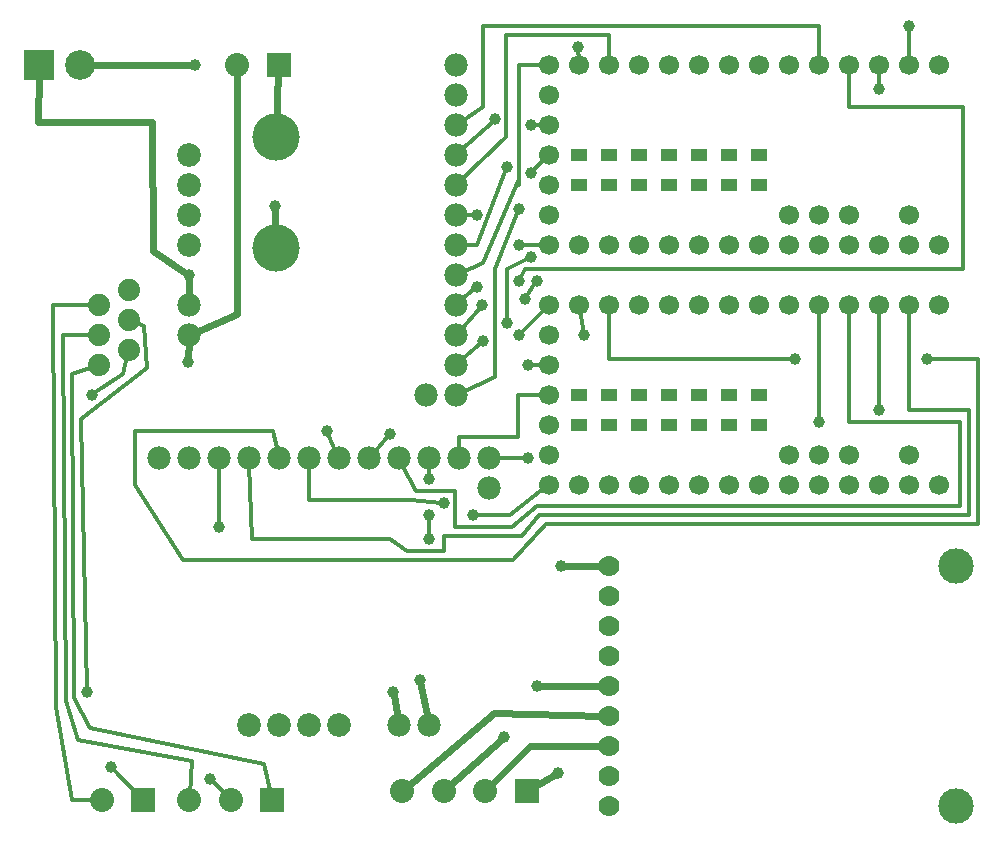
<source format=gbl>
G04 MADE WITH FRITZING*
G04 WWW.FRITZING.ORG*
G04 DOUBLE SIDED*
G04 HOLES PLATED*
G04 CONTOUR ON CENTER OF CONTOUR VECTOR*
%ASAXBY*%
%FSLAX23Y23*%
%MOIN*%
%OFA0B0*%
%SFA1.0B1.0*%
%ADD10C,0.039370*%
%ADD11C,0.070000*%
%ADD12C,0.118110*%
%ADD13C,0.080000*%
%ADD14C,0.157480*%
%ADD15C,0.074000*%
%ADD16C,0.079370*%
%ADD17C,0.066889*%
%ADD18C,0.082000*%
%ADD19C,0.078000*%
%ADD20C,0.099055*%
%ADD21R,0.080000X0.080000*%
%ADD22R,0.052264X0.039500*%
%ADD23R,0.082000X0.082000*%
%ADD24R,0.099055X0.099055*%
%ADD25C,0.024000*%
%ADD26C,0.012000*%
%LNCOPPER0*%
G90*
G70*
G54D10*
X1889Y228D03*
X1898Y920D03*
X1819Y518D03*
X1708Y348D03*
G54D11*
X2058Y118D03*
X2058Y218D03*
X2058Y318D03*
X2058Y418D03*
X2058Y518D03*
X2058Y618D03*
X2058Y718D03*
X2058Y818D03*
X2058Y918D03*
G54D12*
X3214Y918D03*
X3214Y118D03*
G54D13*
X1784Y168D03*
X1646Y168D03*
X1508Y168D03*
X1370Y168D03*
G54D10*
X1679Y2409D03*
X3058Y2718D03*
X1957Y2648D03*
X1758Y2108D03*
X1798Y2388D03*
X1719Y2249D03*
X1619Y2088D03*
X1758Y1988D03*
X1638Y1668D03*
X1719Y1729D03*
X1619Y1849D03*
X2958Y2508D03*
X1758Y1869D03*
X1818Y1869D03*
X2958Y1438D03*
X758Y1048D03*
X2758Y1398D03*
X1458Y1208D03*
X1458Y1089D03*
X1458Y1009D03*
X1789Y1278D03*
X1789Y1588D03*
X1607Y1089D03*
X1508Y1128D03*
X658Y1888D03*
X1428Y538D03*
X1339Y497D03*
X657Y1599D03*
X1329Y1360D03*
X1758Y1688D03*
X2678Y1610D03*
X3118Y1610D03*
X1977Y1688D03*
X1118Y1368D03*
G54D14*
X948Y2348D03*
X948Y1978D03*
G54D10*
X1798Y1949D03*
X1798Y2229D03*
X1637Y1788D03*
X1779Y1808D03*
X679Y2587D03*
X947Y2118D03*
G54D15*
X458Y1839D03*
X358Y1789D03*
X458Y1739D03*
X358Y1689D03*
X458Y1639D03*
X358Y1589D03*
G54D13*
X506Y138D03*
X368Y138D03*
X936Y138D03*
X798Y138D03*
X660Y138D03*
G54D16*
X858Y388D03*
X958Y388D03*
X1058Y388D03*
X1158Y388D03*
X658Y2288D03*
X658Y2188D03*
X658Y2088D03*
X658Y1988D03*
G54D17*
X1858Y1189D03*
X1958Y1189D03*
X2058Y1189D03*
X2158Y1189D03*
X2258Y1189D03*
X2358Y1189D03*
X2458Y1189D03*
X2558Y1189D03*
X2658Y1189D03*
X2758Y1189D03*
X2858Y1189D03*
X2958Y1189D03*
X3058Y1189D03*
X3158Y1189D03*
X3058Y1289D03*
X1858Y1789D03*
X1958Y1789D03*
X2058Y1789D03*
X2158Y1789D03*
X2258Y1789D03*
X2358Y1789D03*
X2458Y1789D03*
X2558Y1789D03*
X2658Y1789D03*
X2758Y1789D03*
X2858Y1789D03*
X2958Y1789D03*
X3058Y1789D03*
X3158Y1789D03*
X2758Y1289D03*
X2858Y1289D03*
X2658Y1289D03*
X1858Y1589D03*
X1858Y1689D03*
X1858Y1489D03*
X1858Y1289D03*
X1858Y1389D03*
X1858Y1989D03*
X1958Y1989D03*
X2058Y1989D03*
X2158Y1989D03*
X2258Y1989D03*
X2358Y1989D03*
X2458Y1989D03*
X2558Y1989D03*
X2658Y1989D03*
X2758Y1989D03*
X2858Y1989D03*
X2958Y1989D03*
X3058Y1989D03*
X3158Y1989D03*
X3058Y2089D03*
X1858Y2589D03*
X1958Y2589D03*
X2058Y2589D03*
X2158Y2589D03*
X2258Y2589D03*
X2358Y2589D03*
X2458Y2589D03*
X2558Y2589D03*
X2658Y2589D03*
X2758Y2589D03*
X2858Y2589D03*
X2958Y2589D03*
X3058Y2589D03*
X3158Y2589D03*
X2758Y2089D03*
X2858Y2089D03*
X2658Y2089D03*
X1858Y2389D03*
X1858Y2489D03*
X1858Y2289D03*
X1858Y2089D03*
X1858Y2189D03*
G54D13*
X958Y2588D03*
X820Y2588D03*
X958Y2588D03*
X820Y2588D03*
G54D18*
X948Y2348D03*
X948Y1981D03*
X948Y2348D03*
X948Y1981D03*
G54D19*
X558Y1278D03*
X658Y1278D03*
X758Y1278D03*
X858Y1278D03*
X958Y1278D03*
X1058Y1278D03*
X1158Y1278D03*
X1258Y1278D03*
X1358Y1278D03*
X1458Y1278D03*
X1558Y1278D03*
X1548Y2588D03*
X1548Y2488D03*
X1548Y2388D03*
X1548Y2288D03*
X1548Y2188D03*
X1548Y2088D03*
X1548Y1988D03*
X1548Y1888D03*
X1548Y1788D03*
X1548Y1688D03*
X1548Y1588D03*
X1358Y388D03*
X1458Y388D03*
X658Y1788D03*
X658Y1688D03*
X1658Y1278D03*
X1658Y1178D03*
X1548Y1488D03*
X1448Y1488D03*
G54D20*
X158Y2588D03*
X296Y2588D03*
G54D10*
X399Y248D03*
X318Y498D03*
X337Y1489D03*
X729Y209D03*
G54D21*
X1784Y168D03*
X506Y138D03*
X936Y138D03*
G54D22*
X2459Y1389D03*
X2459Y1488D03*
X2558Y1389D03*
X2558Y1488D03*
X2359Y1389D03*
X2259Y1389D03*
X2159Y1389D03*
X2059Y1389D03*
X1959Y1389D03*
X1959Y1488D03*
X2059Y1488D03*
X2159Y1488D03*
X2259Y1488D03*
X2359Y1488D03*
X2459Y2189D03*
X2459Y2288D03*
X2558Y2189D03*
X2558Y2288D03*
X2359Y2189D03*
X2259Y2189D03*
X2159Y2189D03*
X2059Y2189D03*
X1959Y2189D03*
X1959Y2288D03*
X2059Y2288D03*
X2159Y2288D03*
X2259Y2288D03*
X2359Y2288D03*
G54D21*
X958Y2588D03*
X958Y2588D03*
G54D23*
X948Y2349D03*
X948Y2349D03*
G54D24*
X158Y2588D03*
G54D25*
X1906Y920D02*
X2038Y919D01*
D02*
X1801Y178D02*
X1882Y224D01*
D02*
X1827Y518D02*
X2038Y518D01*
D02*
X1523Y182D02*
X1702Y343D01*
D02*
X1677Y430D02*
X2038Y419D01*
D02*
X1385Y181D02*
X1677Y430D01*
D02*
X1797Y319D02*
X1660Y183D01*
D02*
X2038Y319D02*
X1797Y319D01*
G54D26*
D02*
X1639Y2449D02*
X1564Y2399D01*
D02*
X2758Y2718D02*
X1638Y2718D01*
D02*
X1638Y2718D02*
X1639Y2449D01*
D02*
X2758Y2608D02*
X2758Y2718D01*
D02*
X1674Y2403D02*
X1562Y2301D01*
D02*
X3058Y2608D02*
X3058Y2711D01*
D02*
X2058Y2689D02*
X2058Y2608D01*
D02*
X1717Y2350D02*
X1717Y2689D01*
D02*
X1717Y2689D02*
X2058Y2689D01*
D02*
X1562Y2202D02*
X1717Y2350D01*
D02*
X1958Y2608D02*
X1957Y2640D01*
D02*
X1759Y2589D02*
X1838Y2589D01*
D02*
X1758Y2210D02*
X1759Y2189D01*
D02*
X1638Y1927D02*
X1758Y2210D01*
D02*
X1759Y2189D02*
X1759Y2589D01*
D02*
X1565Y1896D02*
X1638Y1927D01*
D02*
X1619Y1988D02*
X1567Y1988D01*
D02*
X1678Y1909D02*
X1678Y1549D01*
D02*
X1678Y1549D02*
X1565Y1496D01*
D02*
X1755Y2101D02*
X1678Y1908D01*
D02*
X1838Y2388D02*
X1805Y2388D01*
D02*
X1803Y2235D02*
X1844Y2275D01*
D02*
X1719Y1908D02*
X1791Y1945D01*
D02*
X1719Y1737D02*
X1719Y1908D01*
D02*
X1562Y1601D02*
X1632Y1663D01*
D02*
X1611Y2088D02*
X1567Y2088D01*
D02*
X1838Y1988D02*
X1766Y1988D01*
D02*
X1716Y2242D02*
X1619Y1988D01*
D02*
X3238Y1908D02*
X3238Y2448D01*
D02*
X3238Y2448D02*
X2859Y2449D01*
D02*
X2859Y2449D02*
X2858Y2569D01*
D02*
X1779Y1908D02*
X3238Y1908D01*
D02*
X1562Y1801D02*
X1613Y1844D01*
D02*
X2958Y2515D02*
X2958Y2569D01*
D02*
X1783Y1815D02*
X1813Y1862D01*
D02*
X1561Y1703D02*
X1632Y1782D01*
D02*
X1762Y1876D02*
X1779Y1908D01*
G54D25*
D02*
X957Y2568D02*
X949Y2369D01*
D02*
X819Y1758D02*
X675Y1696D01*
D02*
X820Y2568D02*
X819Y1758D01*
D02*
X157Y2398D02*
X158Y2559D01*
D02*
X537Y2398D02*
X157Y2398D01*
D02*
X538Y1968D02*
X537Y2398D01*
D02*
X651Y1893D02*
X538Y1968D01*
D02*
X658Y1807D02*
X658Y1881D01*
G54D26*
D02*
X1328Y1008D02*
X868Y1008D01*
D02*
X1387Y968D02*
X1328Y1008D01*
D02*
X1768Y1018D02*
X1508Y1018D01*
D02*
X1827Y1089D02*
X1768Y1018D01*
D02*
X1508Y968D02*
X1509Y968D01*
D02*
X1509Y968D02*
X1387Y968D01*
D02*
X1508Y1018D02*
X1508Y968D01*
D02*
X868Y1008D02*
X859Y1260D01*
D02*
X3259Y1088D02*
X1827Y1089D01*
D02*
X3259Y1439D02*
X3259Y1088D01*
D02*
X3059Y1439D02*
X3259Y1439D01*
D02*
X3058Y1769D02*
X3059Y1439D01*
D02*
X2958Y1446D02*
X2958Y1769D01*
D02*
X1781Y1278D02*
X1677Y1278D01*
D02*
X1838Y1588D02*
X1797Y1588D01*
D02*
X1547Y1049D02*
X1737Y1049D01*
D02*
X1818Y1119D02*
X3228Y1118D01*
D02*
X1737Y1049D02*
X1818Y1119D01*
D02*
X3228Y1399D02*
X2859Y1399D01*
D02*
X2859Y1399D02*
X2858Y1769D01*
D02*
X3228Y1118D02*
X3228Y1399D01*
D02*
X1547Y1168D02*
X1547Y1049D01*
D02*
X1417Y1168D02*
X1547Y1168D01*
D02*
X1367Y1262D02*
X1417Y1168D01*
D02*
X758Y1056D02*
X758Y1259D01*
D02*
X2758Y1769D02*
X2758Y1406D01*
D02*
X1458Y1259D02*
X1458Y1216D01*
D02*
X1458Y1081D02*
X1458Y1017D01*
D02*
X1757Y1349D02*
X1558Y1349D01*
D02*
X1558Y1349D02*
X1558Y1297D01*
D02*
X1757Y1489D02*
X1757Y1349D01*
D02*
X1838Y1489D02*
X1757Y1489D01*
D02*
X1058Y1137D02*
X1058Y1259D01*
D02*
X1398Y1138D02*
X1058Y1137D01*
D02*
X1500Y1129D02*
X1398Y1138D01*
D02*
X1729Y1089D02*
X1615Y1089D01*
D02*
X1843Y1177D02*
X1729Y1089D01*
G54D25*
D02*
X657Y1607D02*
X658Y1669D01*
D02*
X1454Y407D02*
X1430Y531D01*
D02*
X1341Y489D02*
X1355Y407D01*
G54D26*
D02*
X1764Y1694D02*
X1844Y1775D01*
D02*
X1271Y1293D02*
X1324Y1354D01*
D02*
X2058Y1610D02*
X2058Y1769D01*
D02*
X1738Y939D02*
X1848Y1058D01*
D02*
X2670Y1610D02*
X2058Y1610D01*
D02*
X478Y1188D02*
X639Y939D01*
D02*
X478Y1368D02*
X478Y1188D01*
D02*
X938Y1369D02*
X478Y1368D01*
D02*
X639Y939D02*
X1738Y939D01*
D02*
X1848Y1058D02*
X3288Y1059D01*
D02*
X3288Y1059D02*
X3288Y1610D01*
D02*
X3288Y1610D02*
X3126Y1610D01*
D02*
X954Y1297D02*
X938Y1369D01*
D02*
X1121Y1360D02*
X1150Y1296D01*
D02*
X1962Y1769D02*
X1976Y1696D01*
G54D25*
D02*
X947Y2110D02*
X948Y2002D01*
D02*
X325Y2588D02*
X671Y2588D01*
G54D26*
D02*
X269Y139D02*
X348Y139D01*
D02*
X217Y448D02*
X269Y139D01*
D02*
X207Y1788D02*
X217Y448D01*
D02*
X338Y1788D02*
X207Y1788D01*
D02*
X238Y1689D02*
X338Y1689D01*
D02*
X248Y469D02*
X238Y1689D01*
D02*
X669Y269D02*
X288Y339D01*
D02*
X662Y158D02*
X669Y269D01*
D02*
X288Y339D02*
X248Y469D01*
D02*
X269Y1559D02*
X339Y1582D01*
D02*
X908Y259D02*
X329Y378D01*
D02*
X329Y378D02*
X277Y479D01*
D02*
X931Y158D02*
X908Y259D01*
D02*
X277Y479D02*
X269Y1559D01*
D02*
X508Y1718D02*
X476Y1731D01*
D02*
X318Y506D02*
X298Y1409D01*
D02*
X298Y1409D02*
X518Y1578D01*
D02*
X518Y1578D02*
X508Y1718D01*
D02*
X492Y153D02*
X404Y243D01*
D02*
X438Y1559D02*
X453Y1619D01*
D02*
X784Y153D02*
X734Y204D01*
D02*
X343Y1494D02*
X438Y1559D01*
G04 End of Copper0*
M02*
</source>
